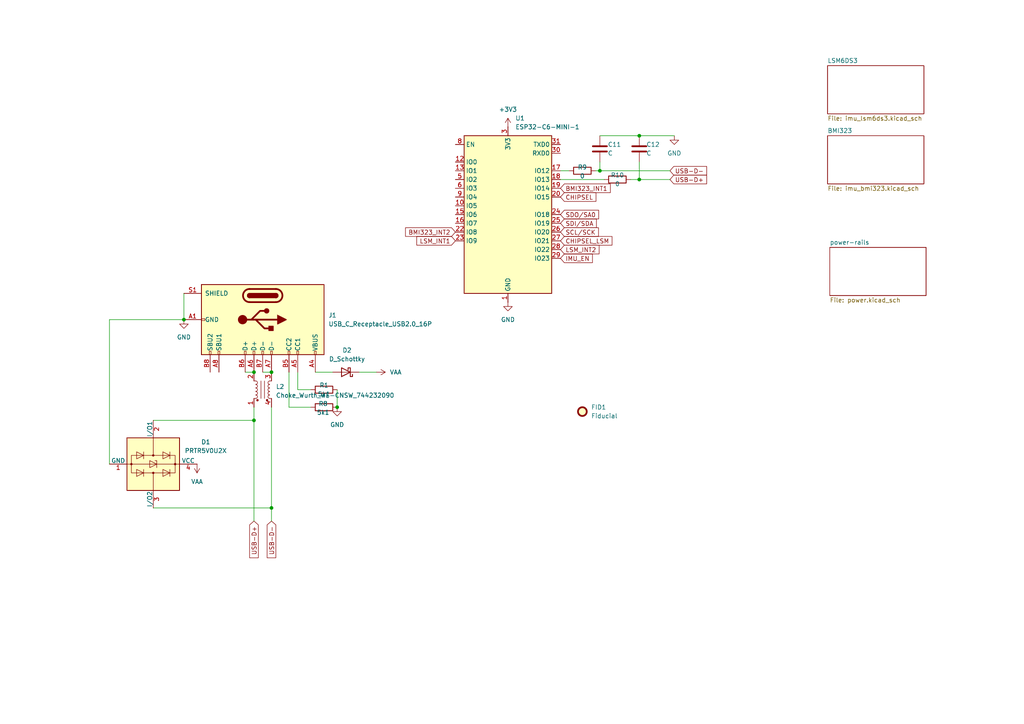
<source format=kicad_sch>
(kicad_sch (version 20250114) (generator "eeschema") (generator_version "9.0")
  (paper "A4")
  (lib_symbols
    (symbol "Connector:USB_C_Receptacle_USB2.0_16P" (pin_names (offset 1.016))
      (property "Reference" "J" (at 0 22.225 0))
      (property "Value" "USB_C_Receptacle_USB2.0_16P" (at 0 19.685 0))
      (symbol "USB_C_Receptacle_USB2.0_16P_0_0"
        (rectangle (start -0.254 -17.78) (end 0.254 -16.764))
        (rectangle (start 10.16 15.494) (end 9.144 14.986))
        (rectangle (start 10.16 10.414) (end 9.144 9.906))
        (rectangle (start 10.16 7.874) (end 9.144 7.366))
        (rectangle (start 10.16 2.794) (end 9.144 2.286))
        (rectangle (start 10.16 0.254) (end 9.144 -0.254))
        (rectangle (start 10.16 -2.286) (end 9.144 -2.794))
        (rectangle (start 10.16 -4.826) (end 9.144 -5.334))
        (rectangle (start 10.16 -12.446) (end 9.144 -12.954))
        (rectangle (start 10.16 -14.986) (end 9.144 -15.494))
      )
      (symbol "USB_C_Receptacle_USB2.0_16P_0_1"
        (rectangle (start -10.16 17.78) (end 10.16 -17.78) (stroke (width 0.254)) (fill (type background)))
        (polyline (pts (xy -8.89 -3.81) (xy -8.89 3.81)) (stroke (width 0.508)))
        (rectangle (start -7.62 -3.81) (end -6.35 3.81) (stroke (width 0.254)) (fill (type outline)))
        (arc (start -7.62 3.81) (mid -6.985 4.4423) (end -6.35 3.81) (stroke (width 0.254)))
        (arc (start -7.62 3.81) (mid -6.985 4.4423) (end -6.35 3.81) (stroke (width 0.254)) (fill (type outline)))
        (arc (start -8.89 3.81) (mid -6.985 5.7067) (end -5.08 3.81) (stroke (width 0.508)))
        (arc (start -5.08 -3.81) (mid -6.985 -5.7067) (end -8.89 -3.81) (stroke (width 0.508)))
        (arc (start -6.35 -3.81) (mid -6.985 -4.4423) (end -7.62 -3.81) (stroke (width 0.254)))
        (arc (start -6.35 -3.81) (mid -6.985 -4.4423) (end -7.62 -3.81) (stroke (width 0.254)) (fill (type outline)))
        (polyline (pts (xy -5.08 3.81) (xy -5.08 -3.81)) (stroke (width 0.508)))
        (circle (center -2.54 1.143) (radius 0.635) (stroke (width 0.254)) (fill (type outline)))
        (polyline (pts (xy -1.27 4.318) (xy 0 6.858) (xy 1.27 4.318) (xy -1.27 4.318)) (stroke (width 0.254)) (fill (type outline)))
        (polyline (pts (xy 0 -2.032) (xy 2.54 0.508) (xy 2.54 1.778)) (stroke (width 0.508)))
        (polyline (pts (xy 0 -3.302) (xy -2.54 -0.762) (xy -2.54 0.508)) (stroke (width 0.508)))
        (polyline (pts (xy 0 -5.842) (xy 0 4.318)) (stroke (width 0.508)))
        (circle (center 0 -5.842) (radius 1.27) (fill (type outline)))
        (rectangle (start 1.905 1.778) (end 3.175 3.048) (stroke (width 0.254)) (fill (type outline)))
      )
      (symbol "USB_C_Receptacle_USB2.0_16P_1_1"
        (pin passive line (at -7.62 -22.86 90) (length 5.08) (name "SHIELD") (number "S1"))
        (pin passive line (at 0 -22.86 90) (length 5.08) (name "GND") (number "A1"))
        (pin passive line (at 0 -22.86 90) (length 5.08) (hide yes) (name "GND") (number "A12"))
        (pin passive line (at 0 -22.86 90) (length 5.08) (hide yes) (name "GND") (number "B1"))
        (pin passive line (at 0 -22.86 90) (length 5.08) (hide yes) (name "GND") (number "B12"))
        (pin passive line (at 15.24 15.24 180) (length 5.08) (name "VBUS") (number "A4"))
        (pin passive line (at 15.24 15.24 180) (length 5.08) (hide yes) (name "VBUS") (number "A9"))
        (pin passive line (at 15.24 15.24 180) (length 5.08) (hide yes) (name "VBUS") (number "B4"))
        (pin passive line (at 15.24 15.24 180) (length 5.08) (hide yes) (name "VBUS") (number "B9"))
        (pin bidirectional line (at 15.24 10.16 180) (length 5.08) (name "CC1") (number "A5"))
        (pin bidirectional line (at 15.24 7.62 180) (length 5.08) (name "CC2") (number "B5"))
        (pin bidirectional line (at 15.24 2.54 180) (length 5.08) (name "D-") (number "A7"))
        (pin bidirectional line (at 15.24 0 180) (length 5.08) (name "D-") (number "B7"))
        (pin bidirectional line (at 15.24 -2.54 180) (length 5.08) (name "D+") (number "A6"))
        (pin bidirectional line (at 15.24 -5.08 180) (length 5.08) (name "D+") (number "B6"))
        (pin bidirectional line (at 15.24 -12.7 180) (length 5.08) (name "SBU1") (number "A8"))
        (pin bidirectional line (at 15.24 -15.24 180) (length 5.08) (name "SBU2") (number "B8"))
      )
    )
    (symbol "Device:C" (pin_numbers (hide yes)) (pin_names (offset 0.254))
      (property "Reference" "C" (at 0.635 2.54 0))
      (property "Value" "C" (at 0.635 -2.54 0))
      (symbol "C_0_1"
        (polyline (pts (xy -2.032 0.762) (xy 2.032 0.762)) (stroke (width 0.508)))
        (polyline (pts (xy -2.032 -0.762) (xy 2.032 -0.762)) (stroke (width 0.508)))
      )
      (symbol "C_1_1"
        (pin passive line (at 0 3.81 270) (length 2.794) (name "~") (number "1"))
        (pin passive line (at 0 -3.81 90) (length 2.794) (name "~") (number "2"))
      )
    )
    (symbol "Device:D_Schottky" (pin_numbers (hide yes)) (pin_names (offset 1.016) (hide yes))
      (property "Reference" "D" (at 0 2.54 0))
      (property "Value" "D_Schottky" (at 0 -2.54 0))
      (symbol "D_Schottky_0_1"
        (polyline (pts (xy -1.905 0.635) (xy -1.905 1.27) (xy -1.27 1.27) (xy -1.27 -1.27) (xy -0.635 -1.27) (xy -0.635 -0.635)) (stroke (width 0.254)))
        (polyline (pts (xy 1.27 1.27) (xy 1.27 -1.27) (xy -1.27 0) (xy 1.27 1.27)) (stroke (width 0.254)))
        (polyline (pts (xy 1.27 0) (xy -1.27 0)))
      )
      (symbol "D_Schottky_1_1"
        (pin passive line (at -3.81 0 0) (length 2.54) (name "K") (number "1"))
        (pin passive line (at 3.81 0 180) (length 2.54) (name "A") (number "2"))
      )
    )
    (symbol "Device:R" (pin_numbers (hide yes)) (pin_names (offset 0))
      (property "Reference" "R" (at 2.032 0 90))
      (property "Value" "R" (at 0 0 90))
      (symbol "R_0_1"
        (rectangle (start -1.016 -2.54) (end 1.016 2.54) (stroke (width 0.254)))
      )
      (symbol "R_1_1"
        (pin passive line (at 0 3.81 270) (length 1.27) (name "~") (number "1"))
        (pin passive line (at 0 -3.81 90) (length 1.27) (name "~") (number "2"))
      )
    )
    (symbol "Filter:Choke_Wurth_WE-CNSW_744232090"
      (property "Reference" "L" (at 0 5.08 0))
      (property "Value" "Choke_Wurth_WE-CNSW_744232090" (at 0 -5.08 0))
      (symbol "Choke_Wurth_WE-CNSW_744232090_1_1"
        (circle (center -3.048 1.524) (radius 0.254) (fill (type outline)))
        (circle (center -3.048 -1.27) (radius 0.254) (fill (type outline)))
        (polyline (pts (xy -2.54 2.032) (xy -2.54 2.54)))
        (polyline (pts (xy -2.54 0.508) (xy 2.54 0.508)))
        (polyline (pts (xy -2.54 -2.032) (xy -2.54 -2.54)))
        (arc (start -1.524 2.032) (mid -2.032 1.5262) (end -2.54 2.032))
        (arc (start -2.54 -2.032) (mid -2.032 -1.5262) (end -1.524 -2.032))
        (arc (start -0.508 2.032) (mid -1.016 1.5262) (end -1.524 2.032))
        (arc (start -1.524 -2.032) (mid -1.016 -1.5262) (end -0.508 -2.032))
        (arc (start 0.508 2.032) (mid 0 1.5262) (end -0.508 2.032))
        (arc (start -0.508 -2.032) (mid 0 -1.5262) (end 0.508 -2.032))
        (arc (start 1.524 2.032) (mid 1.016 1.5262) (end 0.508 2.032))
        (arc (start 0.508 -2.032) (mid 1.016 -1.5262) (end 1.524 -2.032))
        (arc (start 2.54 2.032) (mid 2.032 1.5262) (end 1.524 2.032))
        (arc (start 1.524 -2.032) (mid 2.032 -1.5262) (end 2.54 -2.032))
        (polyline (pts (xy 2.54 2.54) (xy 2.54 2.032)))
        (polyline (pts (xy 2.54 -0.508) (xy -2.54 -0.508)))
        (polyline (pts (xy 2.54 -2.032) (xy 2.54 -2.54)))
        (pin passive line (at -5.08 2.54 0) (length 2.54) (name "") (number "1"))
        (pin passive line (at -5.08 -2.54 0) (length 2.54) (name "") (number "4"))
        (pin passive line (at 5.08 2.54 180) (length 2.54) (name "") (number "2"))
        (pin passive line (at 5.08 -2.54 180) (length 2.54) (name "") (number "3"))
      )
    )
    (symbol "Mechanical:Fiducial" (in_bom no)
      (property "Reference" "FID" (at 0 5.08 0))
      (property "Value" "Fiducial" (at 0 3.175 0))
      (symbol "Fiducial_0_1"
        (circle (center 0 0) (radius 1.27) (stroke (width 0.508)) (fill (type background)))
      )
    )
    (symbol "Power_Protection:PRTR5V0U2X" (pin_names (offset 0))
      (property "Reference" "D" (at 2.794 8.636 0))
      (property "Value" "PRTR5V0U2X" (at 8.128 -9.398 0))
      (symbol "PRTR5V0U2X_0_1"
        (rectangle (start -7.62 -7.62) (end 7.62 7.62) (stroke (width 0.254)) (fill (type background)))
        (polyline (pts (xy -3.556 2.794) (xy -1.524 2.794) (xy -2.54 4.826) (xy -3.556 2.794)))
        (polyline (pts (xy -3.556 -4.826) (xy -1.524 -4.826) (xy -2.54 -2.794) (xy -3.556 -4.826)))
        (rectangle (start -2.54 6.35) (end 2.54 -6.35))
        (circle (center -2.54 0) (radius 0.254) (fill (type outline)))
        (polyline (pts (xy -2.54 0) (xy -7.62 0)))
        (polyline (pts (xy -1.524 4.826) (xy -3.556 4.826)))
        (polyline (pts (xy -1.524 -2.794) (xy -3.556 -2.794)))
        (polyline (pts (xy -1.016 -1.016) (xy 1.016 -1.016) (xy 0 1.016) (xy -1.016 -1.016)))
        (circle (center 0 6.35) (radius 0.254) (fill (type outline)))
        (circle (center 0 -6.35) (radius 0.254) (fill (type outline)))
        (polyline (pts (xy 0 -7.62) (xy 0 7.62)))
        (polyline (pts (xy 1.016 1.016) (xy -1.016 1.016) (xy -1.016 0.508)))
        (polyline (pts (xy 1.524 4.826) (xy 3.556 4.826)))
        (polyline (pts (xy 1.524 -2.794) (xy 3.556 -2.794)))
        (polyline (pts (xy 2.54 0) (xy 7.62 0)))
        (circle (center 2.54 0) (radius 0.254) (fill (type outline)))
        (polyline (pts (xy 3.556 2.794) (xy 1.524 2.794) (xy 2.54 4.826) (xy 3.556 2.794)))
        (polyline (pts (xy 3.556 -4.826) (xy 1.524 -4.826) (xy 2.54 -2.794) (xy 3.556 -4.826)))
      )
      (symbol "PRTR5V0U2X_1_1"
        (pin passive line (at -12.7 0 0) (length 5.08) (name "I/O1") (number "2"))
        (pin passive line (at 0 12.7 270) (length 5.08) (name "VCC") (number "4"))
        (pin passive line (at 0 -12.7 90) (length 5.08) (name "GND") (number "1"))
        (pin passive line (at 12.7 0 180) (length 5.08) (name "I/O2") (number "3"))
      )
    )
    (symbol "RF_Module:ESP32-C6-MINI-1"
      (property "Reference" "U" (at -11.43 24.13 0))
      (property "Value" "ESP32-C6-MINI-1" (at 12.7 24.13 0))
      (symbol "ESP32-C6-MINI-1_0_1"
        (rectangle (start -12.7 22.86) (end 12.7 -22.86) (stroke (width 0.254)) (fill (type background)))
      )
      (symbol "ESP32-C6-MINI-1_1_1"
        (pin input line (at -15.24 20.32 0) (length 2.54) (name "EN") (number "8"))
        (pin bidirectional line (at -15.24 15.24 0) (length 2.54) (name "IO0") (number "12"))
        (pin bidirectional line (at -15.24 12.7 0) (length 2.54) (name "IO1") (number "13"))
        (pin bidirectional line (at -15.24 10.16 0) (length 2.54) (name "IO2") (number "5"))
        (pin bidirectional line (at -15.24 7.62 0) (length 2.54) (name "IO3") (number "6"))
        (pin bidirectional line (at -15.24 5.08 0) (length 2.54) (name "IO4") (number "9"))
        (pin bidirectional line (at -15.24 2.54 0) (length 2.54) (name "IO5") (number "10"))
        (pin bidirectional line (at -15.24 0 0) (length 2.54) (name "IO6") (number "15"))
        (pin bidirectional line (at -15.24 -2.54 0) (length 2.54) (name "IO7") (number "16"))
        (pin bidirectional line (at -15.24 -5.08 0) (length 2.54) (name "IO8") (number "22"))
        (pin bidirectional line (at -15.24 -7.62 0) (length 2.54) (name "IO9") (number "23"))
        (pin no_connect line (at -12.7 -12.7 0) (length 2.54) (hide yes) (name "NC") (number "32"))
        (pin no_connect line (at -12.7 -15.24 0) (length 2.54) (hide yes) (name "NC") (number "33"))
        (pin no_connect line (at -12.7 -17.78 0) (length 2.54) (hide yes) (name "NC") (number "34"))
        (pin no_connect line (at -12.7 -20.32 0) (length 2.54) (hide yes) (name "NC") (number "35"))
        (pin power_in line (at 0 25.4 270) (length 2.54) (name "3V3") (number "3"))
        (pin power_in line (at 0 -25.4 90) (length 2.54) (name "GND") (number "1"))
        (pin passive line (at 0 -25.4 90) (length 2.54) (hide yes) (name "GND") (number "11"))
        (pin passive line (at 0 -25.4 90) (length 2.54) (hide yes) (name "GND") (number "14"))
        (pin passive line (at 0 -25.4 90) (length 2.54) (hide yes) (name "GND") (number "2"))
        (pin passive line (at 0 -25.4 90) (length 2.54) (hide yes) (name "GND") (number "36"))
        (pin passive line (at 0 -25.4 90) (length 2.54) (hide yes) (name "GND") (number "37"))
        (pin passive line (at 0 -25.4 90) (length 2.54) (hide yes) (name "GND") (number "38"))
        (pin passive line (at 0 -25.4 90) (length 2.54) (hide yes) (name "GND") (number "39"))
        (pin passive line (at 0 -25.4 90) (length 2.54) (hide yes) (name "GND") (number "40"))
        (pin passive line (at 0 -25.4 90) (length 2.54) (hide yes) (name "GND") (number "41"))
        (pin passive line (at 0 -25.4 90) (length 2.54) (hide yes) (name "GND") (number "42"))
        (pin passive line (at 0 -25.4 90) (length 2.54) (hide yes) (name "GND") (number "43"))
        (pin passive line (at 0 -25.4 90) (length 2.54) (hide yes) (name "GND") (number "44"))
        (pin passive line (at 0 -25.4 90) (length 2.54) (hide yes) (name "GND") (number "45"))
        (pin passive line (at 0 -25.4 90) (length 2.54) (hide yes) (name "GND") (number "46"))
        (pin passive line (at 0 -25.4 90) (length 2.54) (hide yes) (name "GND") (number "47"))
        (pin passive line (at 0 -25.4 90) (length 2.54) (hide yes) (name "GND") (number "48"))
        (pin passive line (at 0 -25.4 90) (length 2.54) (hide yes) (name "GND") (number "49"))
        (pin passive line (at 0 -25.4 90) (length 2.54) (hide yes) (name "GND") (number "50"))
        (pin passive line (at 0 -25.4 90) (length 2.54) (hide yes) (name "GND") (number "51"))
        (pin passive line (at 0 -25.4 90) (length 2.54) (hide yes) (name "GND") (number "52"))
        (pin passive line (at 0 -25.4 90) (length 2.54) (hide yes) (name "GND") (number "53"))
        (pin no_connect line (at 12.7 -15.24 180) (length 2.54) (hide yes) (name "NC") (number "4"))
        (pin no_connect line (at 12.7 -17.78 180) (length 2.54) (hide yes) (name "NC") (number "7"))
        (pin no_connect line (at 12.7 -20.32 180) (length 2.54) (hide yes) (name "NC") (number "21"))
        (pin bidirectional line (at 15.24 20.32 180) (length 2.54) (name "TXD0") (number "31"))
        (pin bidirectional line (at 15.24 17.78 180) (length 2.54) (name "RXD0") (number "30"))
        (pin bidirectional line (at 15.24 12.7 180) (length 2.54) (name "IO12") (number "17"))
        (pin bidirectional line (at 15.24 10.16 180) (length 2.54) (name "IO13") (number "18"))
        (pin bidirectional line (at 15.24 7.62 180) (length 2.54) (name "IO14") (number "19"))
        (pin bidirectional line (at 15.24 5.08 180) (length 2.54) (name "IO15") (number "20"))
        (pin bidirectional line (at 15.24 0 180) (length 2.54) (name "IO18") (number "24"))
        (pin bidirectional line (at 15.24 -2.54 180) (length 2.54) (name "IO19") (number "25"))
        (pin bidirectional line (at 15.24 -5.08 180) (length 2.54) (name "IO20") (number "26"))
        (pin bidirectional line (at 15.24 -7.62 180) (length 2.54) (name "IO21") (number "27"))
        (pin bidirectional line (at 15.24 -10.16 180) (length 2.54) (name "IO22") (number "28"))
        (pin bidirectional line (at 15.24 -12.7 180) (length 2.54) (name "IO23") (number "29"))
      )
    )
    (symbol "power:+3V3" (power) (pin_numbers (hide yes)) (pin_names (offset 0) (hide yes))
      (property "Value" "+3V3" (at 0 3.556 0))
      (symbol "+3V3_0_1"
        (polyline (pts (xy -0.762 1.27) (xy 0 2.54)))
        (polyline (pts (xy 0 2.54) (xy 0.762 1.27)))
        (polyline (pts (xy 0 0) (xy 0 2.54)))
      )
      (symbol "+3V3_1_1"
        (pin power_in line (at 0 0 90) (length 0) (name "~") (number "1"))
      )
    )
    (symbol "power:GND" (power) (pin_numbers (hide yes)) (pin_names (offset 0) (hide yes))
      (property "Value" "GND" (at 0 -3.81 0))
      (symbol "GND_0_1"
        (polyline (pts (xy 0 0) (xy 0 -1.27) (xy 1.27 -1.27) (xy 0 -2.54) (xy -1.27 -1.27) (xy 0 -1.27)))
      )
      (symbol "GND_1_1"
        (pin power_in line (at 0 0 270) (length 0) (name "~") (number "1"))
      )
    )
    (symbol "power:VAA" (power) (pin_numbers (hide yes)) (pin_names (offset 0) (hide yes))
      (property "Value" "VAA" (at 0 3.556 0))
      (symbol "VAA_0_1"
        (polyline (pts (xy -0.762 1.27) (xy 0 2.54)))
        (polyline (pts (xy 0 2.54) (xy 0.762 1.27)))
        (polyline (pts (xy 0 0) (xy 0 2.54)))
      )
      (symbol "VAA_1_1"
        (pin power_in line (at 0 0 90) (length 0) (name "~") (number "1"))
      )
    )
  )
  (junction (at 185.42 52.07))
  (junction (at 73.66 121.92))
  (junction (at 185.42 39.37))
  (junction (at 97.79 118.11))
  (junction (at 73.66 107.95))
  (junction (at 173.99 49.53))
  (junction (at 78.74 147.32))
  (junction (at 53.34 92.71))
  (junction (at 78.74 107.95))
  (wire (pts (xy 78.74 118.11) (xy 78.74 147.32)))
  (wire (pts (xy 83.82 118.11) (xy 90.17 118.11)))
  (wire (pts (xy 185.42 52.07) (xy 194.31 52.07)))
  (wire (pts (xy 83.82 107.95) (xy 83.82 118.11)))
  (wire (pts (xy 78.74 147.32) (xy 78.74 151.13)))
  (wire (pts (xy 44.45 121.92) (xy 73.66 121.92)))
  (wire (pts (xy 162.56 52.07) (xy 175.26 52.07)))
  (wire (pts (xy 173.99 39.37) (xy 185.42 39.37)))
  (wire (pts (xy 172.72 49.53) (xy 173.99 49.53)))
  (wire (pts (xy 53.34 92.71) (xy 31.75 92.71)))
  (wire (pts (xy 91.44 107.95) (xy 96.52 107.95)))
  (wire (pts (xy 31.75 92.71) (xy 31.75 134.62)))
  (wire (pts (xy 173.99 49.53) (xy 194.31 49.53)))
  (wire (pts (xy 73.66 118.11) (xy 73.66 121.92)))
  (wire (pts (xy 97.79 113.03) (xy 97.79 118.11)))
  (wire (pts (xy 185.42 39.37) (xy 195.58 39.37)))
  (wire (pts (xy 76.2 107.95) (xy 78.74 107.95)))
  (wire (pts (xy 162.56 49.53) (xy 165.1 49.53)))
  (wire (pts (xy 73.66 121.92) (xy 73.66 151.13)))
  (wire (pts (xy 53.34 85.09) (xy 53.34 92.71)))
  (wire (pts (xy 86.36 107.95) (xy 86.36 113.03)))
  (wire (pts (xy 182.88 52.07) (xy 185.42 52.07)))
  (wire (pts (xy 104.14 107.95) (xy 109.22 107.95)))
  (wire (pts (xy 173.99 46.99) (xy 173.99 49.53)))
  (wire (pts (xy 71.12 107.95) (xy 73.66 107.95)))
  (wire (pts (xy 185.42 46.99) (xy 185.42 52.07)))
  (wire (pts (xy 44.45 147.32) (xy 78.74 147.32)))
  (wire (pts (xy 86.36 113.03) (xy 90.17 113.03)))
  (global_label "CHIPSEL" (shape input) (at 162.56 57.15 0) (property "Intersheetrefs" "${INTERSHEET_REFS}" (effects (hide yes))))
  (global_label "SDI{slash}SDA" (shape input) (at 162.56 64.77 0) (property "Intersheetrefs" "${INTERSHEET_REFS}" (effects (hide yes))))
  (global_label "USB-D+" (shape input) (at 194.31 52.07 0) (property "Intersheetrefs" "${INTERSHEET_REFS}" (effects (hide yes))))
  (global_label "USB-D+" (shape input) (at 73.66 151.13 270) (property "Intersheetrefs" "${INTERSHEET_REFS}" (effects (hide yes))))
  (global_label "LSM_INT1" (shape input) (at 132.08 69.85 180) (property "Intersheetrefs" "${INTERSHEET_REFS}" (effects (hide yes))))
  (global_label "BMI323_INT2" (shape input) (at 132.08 67.31 180) (property "Intersheetrefs" "${INTERSHEET_REFS}" (effects (hide yes))))
  (global_label "SCL{slash}SCK" (shape input) (at 162.56 67.31 0) (property "Intersheetrefs" "${INTERSHEET_REFS}" (effects (hide yes))))
  (global_label "BMI323_INT1" (shape input) (at 162.56 54.61 0) (property "Intersheetrefs" "${INTERSHEET_REFS}" (effects (hide yes))))
  (global_label "LSM_INT2" (shape input) (at 162.56 72.39 0) (property "Intersheetrefs" "${INTERSHEET_REFS}" (effects (hide yes))))
  (global_label "CHIPSEL_LSM" (shape input) (at 162.56 69.85 0) (property "Intersheetrefs" "${INTERSHEET_REFS}" (effects (hide yes))))
  (global_label "USB-D-" (shape input) (at 78.74 151.13 270) (property "Intersheetrefs" "${INTERSHEET_REFS}" (effects (hide yes))))
  (global_label "SDO{slash}SA0" (shape input) (at 162.56 62.23 0) (property "Intersheetrefs" "${INTERSHEET_REFS}" (effects (hide yes))))
  (global_label "IMU_EN" (shape input) (at 162.56 74.93 0) (property "Intersheetrefs" "${INTERSHEET_REFS}" (effects (hide yes))))
  (global_label "USB-D-" (shape input) (at 194.31 49.53 0) (property "Intersheetrefs" "${INTERSHEET_REFS}" (effects (hide yes))))
  (symbol (lib_id "power:GND") (at 53.34 92.71 0) (unit 1)
    (property "Reference" "#PWR029" (effects (hide yes)))
    (property "Value" "GND" (at 53.34 97.79 0))
    (property "Description" "Power symbol creates a global label with name \"GND\" , ground" (effects (hide yes)))
  )
  (symbol (lib_id "Filter:Choke_Wurth_WE-CNSW_744232090") (at 76.2 113.03 90) (unit 1)
    (property "Reference" "L2" (at 80.01 112.1409 90) (effects (justify right)))
    (property "Value" "Choke_Wurth_WE-CNSW_744232090" (at 80.01 114.6809 90) (effects (justify right)))
    (property "Footprint" "Inductor_SMD:L_CommonMode_Wurth_WE-CNSW-1206" (effects (hide yes)))
    (property "Datasheet" "https://www.we-online.com/components/products/datasheet/744232090.pdf" (effects (hide yes)))
    (property "Description" "Common mode choke, 370 mA, 125VDC, USB2.0, 111 nH" (effects (hide yes)))
  )
  (symbol (lib_id "Mechanical:Fiducial") (at 168.91 119.38 0) (unit 1) (in_bom no)
    (property "Reference" "FID1" (at 171.45 118.1099 0) (effects (justify left)))
    (property "Value" "Fiducial" (at 171.45 120.6499 0) (effects (justify left)))
    (property "Footprint" "Fiducial:Fiducial_0.5mm_Mask1.5mm" (effects (hide yes)))
    (property "Description" "Fiducial Marker" (effects (hide yes)))
  )
  (symbol (lib_id "power:GND") (at 97.79 118.11 0) (unit 1)
    (property "Reference" "#PWR015" (effects (hide yes)))
    (property "Value" "GND" (at 97.79 123.19 0))
    (property "Description" "Power symbol creates a global label with name \"GND\" , ground" (effects (hide yes)))
  )
  (symbol (lib_id "power:+3V3") (at 147.32 36.83 0) (unit 1)
    (property "Reference" "#PWR01" (effects (hide yes)))
    (property "Value" "+3V3" (at 147.32 31.75 0))
    (property "Description" "Power symbol creates a global label with name \"+3V3\"" (effects (hide yes)))
  )
  (symbol (lib_id "Power_Protection:PRTR5V0U2X") (at 44.45 134.62 270) (unit 1)
    (property "Reference" "D1" (at 59.69 128.1998 90))
    (property "Value" "PRTR5V0U2X" (at 59.69 130.7398 90))
    (property "Footprint" "Package_TO_SOT_SMD:SOT-143" (effects (hide yes)))
    (property "Datasheet" "https://assets.nexperia.com/documents/data-sheet/PRTR5V0U2X.pdf" (effects (hide yes)))
    (property "Description" "Ultra low capacitance double rail-to-rail ESD protection diode, SOT-143" (effects (hide yes)))
  )
  (symbol (lib_id "power:GND") (at 147.32 87.63 0) (unit 1)
    (property "Reference" "#PWR02" (effects (hide yes)))
    (property "Value" "GND" (at 147.32 92.71 0))
    (property "Description" "Power symbol creates a global label with name \"GND\" , ground" (effects (hide yes)))
  )
  (symbol (lib_id "power:VAA") (at 57.15 134.62 180) (unit 1)
    (property "Reference" "#PWR030" (effects (hide yes)))
    (property "Value" "VAA" (at 57.15 139.7 0))
    (property "Description" "Power symbol creates a global label with name \"VAA\"" (effects (hide yes)))
  )
  (symbol (lib_id "power:GND") (at 195.58 39.37 0) (unit 1)
    (property "Reference" "#PWR031" (effects (hide yes)))
    (property "Value" "GND" (at 195.58 44.45 0))
    (property "Description" "Power symbol creates a global label with name \"GND\" , ground" (effects (hide yes)))
  )
  (symbol (lib_id "Device:R") (at 179.07 52.07 90) (unit 1)
    (property "Reference" "R10" (at 179.07 50.8 90))
    (property "Value" "0" (at 179.07 53.34 90))
    (property "Footprint" "Resistor_SMD:R_0603_1608Metric" (effects (hide yes)))
    (property "Description" "Resistor" (effects (hide yes)))
  )
  (symbol (lib_id "Device:C") (at 185.42 43.18 0) (unit 1)
    (property "Reference" "C12" (at 187.452 41.91 0) (effects (justify left)))
    (property "Value" "C" (at 187.452 44.45 0) (effects (justify left)))
    (property "Footprint" "Capacitor_SMD:C_0402_1005Metric" (effects (hide yes)))
    (property "Description" "Unpolarized capacitor" (effects (hide yes)))
  )
  (symbol (lib_id "Connector:USB_C_Receptacle_USB2.0_16P") (at 76.2 92.71 270) (unit 1)
    (property "Reference" "J1" (at 95.25 91.4399 90) (effects (justify left)))
    (property "Value" "USB_C_Receptacle_USB2.0_16P" (at 95.25 93.9799 90) (effects (justify left)))
    (property "Footprint" "Connector_USB:USB_C_Receptacle_GCT_USB4105-xx-A_16P_TopMnt_Horizontal" (effects (hide yes)))
    (property "Datasheet" "https://www.usb.org/sites/default/files/documents/usb_type-c.zip" (effects (hide yes)))
    (property "Description" "USB 2.0-only 16P Type-C Receptacle connector" (effects (hide yes)))
  )
  (symbol (lib_id "Device:C") (at 173.99 43.18 0) (unit 1)
    (property "Reference" "C11" (at 176.276 41.91 0) (effects (justify left)))
    (property "Value" "C" (at 176.276 44.45 0) (effects (justify left)))
    (property "Footprint" "Capacitor_SMD:C_0402_1005Metric" (effects (hide yes)))
    (property "Description" "Unpolarized capacitor" (effects (hide yes)))
  )
  (symbol (lib_id "Device:D_Schottky") (at 100.33 107.95 180) (unit 1)
    (property "Reference" "D2" (at 100.6475 101.6 0))
    (property "Value" "D_Schottky" (at 100.6475 104.14 0))
    (property "Footprint" "Diode_SMD:D_0805_2012Metric" (effects (hide yes)))
    (property "Description" "Schottky diode" (effects (hide yes)))
  )
  (symbol (lib_id "Device:R") (at 93.98 118.11 90) (unit 1)
    (property "Reference" "R8" (at 93.726 117.094 90))
    (property "Value" "5k1" (at 93.726 119.634 90))
    (property "Footprint" "Resistor_SMD:R_0603_1608Metric" (effects (hide yes)))
    (property "Description" "Resistor" (effects (hide yes)))
  )
  (symbol (lib_id "Device:R") (at 168.91 49.53 90) (unit 1)
    (property "Reference" "R9" (at 168.91 48.514 90))
    (property "Value" "0" (at 168.91 51.054 90))
    (property "Footprint" "Resistor_SMD:R_0603_1608Metric" (effects (hide yes)))
    (property "Description" "Resistor" (effects (hide yes)))
  )
  (symbol (lib_id "power:VAA") (at 109.22 107.95 270) (unit 1)
    (property "Reference" "#PWR016" (effects (hide yes)))
    (property "Value" "VAA" (at 113.03 107.9499 90) (effects (justify left)))
    (property "Description" "Power symbol creates a global label with name \"VAA\"" (effects (hide yes)))
  )
  (symbol (lib_id "RF_Module:ESP32-C6-MINI-1") (at 147.32 62.23 0) (unit 1)
    (property "Reference" "U1" (at 149.4633 34.29 0) (effects (justify left)))
    (property "Value" "ESP32-C6-MINI-1" (at 149.4633 36.83 0) (effects (justify left)))
    (property "Footprint" "RF_Module:ESP32-C6-MINI-1" (effects (hide yes)))
    (property "Datasheet" "https://www.espressif.com/sites/default/files/documentation/esp32-c6-mini-1_mini-1u_datasheet_en.pdf" (effects (hide yes)))
    (property "Description" "RF Module, ESP32-C6 SoC, Wi-Fi 802.11b/g/n/ax, Bluetooth, BLE, Zigbee, Thread, 32-bit, 3.3V, SMD, onboard antenna" (effects (hide yes)))
  )
  (symbol (lib_id "Device:R") (at 93.98 113.03 90) (unit 1)
    (property "Reference" "R1" (at 93.98 111.76 90))
    (property "Value" "5k1" (at 93.98 114.3 90))
    (property "Footprint" "Resistor_SMD:R_0603_1608Metric" (effects (hide yes)))
    (property "Description" "Resistor" (effects (hide yes)))
  )
  (sheet (at 240.665 71.755) (size 27.94 13.97) (stroke (width 0.1524))
    (property "Sheetname" "power-rails" (at 240.665 71.0434 0) (effects (justify left bottom)))
    (property "Sheetfile" "power.kicad_sch" (at 240.665 86.3096 0) (effects (justify left top)))
  )
  (sheet (at 240.03 19.05) (size 27.94 13.97) (stroke (width 0.1524))
    (property "Sheetname" "LSM6DS3" (at 240.03 18.3384 0) (effects (justify left bottom)))
    (property "Sheetfile" "imu_lsm6ds3.kicad_sch" (at 240.03 33.6046 0) (effects (justify left top)))
  )
  (sheet (at 240.03 39.37) (size 27.94 13.97) (stroke (width 0.1524))
    (property "Sheetname" "BMI323" (at 240.03 38.6584 0) (effects (justify left bottom)))
    (property "Sheetfile" "imu_bmi323.kicad_sch" (at 240.03 53.9246 0) (effects (justify left top)))
  )
)
</source>
